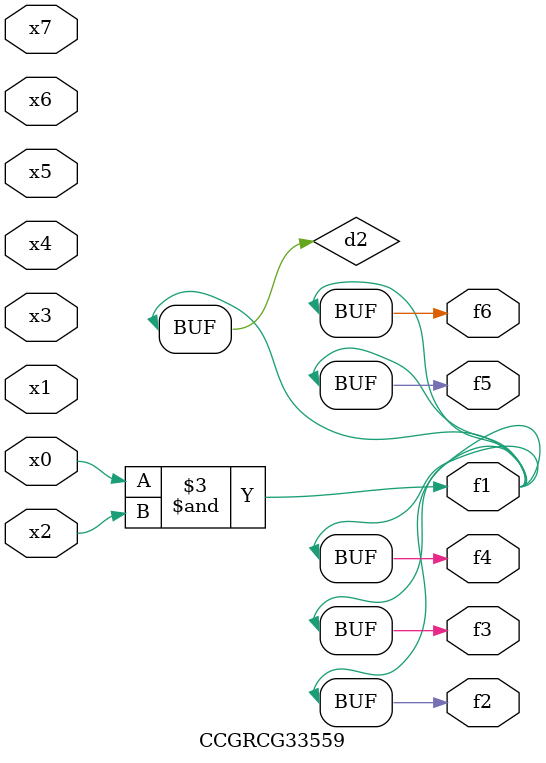
<source format=v>
module CCGRCG33559(
	input x0, x1, x2, x3, x4, x5, x6, x7,
	output f1, f2, f3, f4, f5, f6
);

	wire d1, d2;

	nor (d1, x3, x6);
	and (d2, x0, x2);
	assign f1 = d2;
	assign f2 = d2;
	assign f3 = d2;
	assign f4 = d2;
	assign f5 = d2;
	assign f6 = d2;
endmodule

</source>
